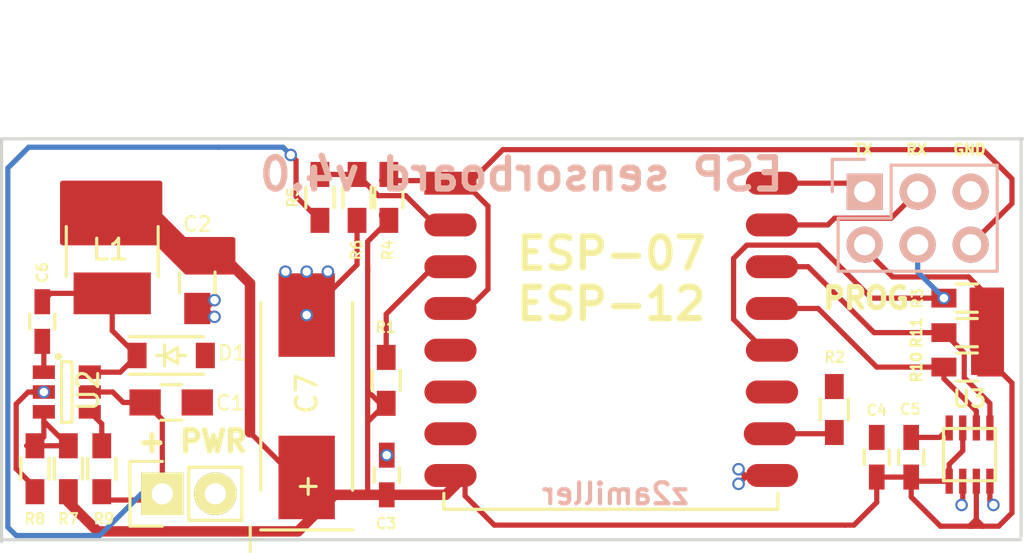
<source format=kicad_pcb>
(kicad_pcb (version 20171130) (host pcbnew "(5.1.12)-1")

  (general
    (thickness 1.6)
    (drawings 14)
    (tracks 198)
    (zones 0)
    (modules 25)
    (nets 21)
  )

  (page A4)
  (layers
    (0 F.Cu mixed)
    (31 B.Cu mixed)
    (32 B.Adhes user hide)
    (33 F.Adhes user hide)
    (34 B.Paste user hide)
    (35 F.Paste user hide)
    (36 B.SilkS user hide)
    (37 F.SilkS user hide)
    (38 B.Mask user hide)
    (39 F.Mask user hide)
    (40 Dwgs.User user hide)
    (41 Cmts.User user hide)
    (42 Eco1.User user hide)
    (43 Eco2.User user hide)
    (44 Edge.Cuts user)
    (45 Margin user hide)
    (46 B.CrtYd user hide)
    (47 F.CrtYd user hide)
    (48 B.Fab user hide)
    (49 F.Fab user hide)
  )

  (setup
    (last_trace_width 0.25)
    (trace_clearance 0.2)
    (zone_clearance 0.1)
    (zone_45_only yes)
    (trace_min 0.2)
    (via_size 0.6)
    (via_drill 0.4)
    (via_min_size 0.4)
    (via_min_drill 0.3)
    (uvia_size 0.3)
    (uvia_drill 0.1)
    (uvias_allowed no)
    (uvia_min_size 0.2)
    (uvia_min_drill 0.1)
    (edge_width 0.15)
    (segment_width 0.2)
    (pcb_text_width 0.3)
    (pcb_text_size 1.5 1.5)
    (mod_edge_width 0.15)
    (mod_text_size 1 1)
    (mod_text_width 0.15)
    (pad_size 1.524 1.524)
    (pad_drill 0.762)
    (pad_to_mask_clearance 0.2)
    (aux_axis_origin 0 0)
    (grid_origin 143.2 70.1236)
    (visible_elements 7FFFFFFF)
    (pcbplotparams
      (layerselection 0x010f0_ffffffff)
      (usegerberextensions true)
      (usegerberattributes true)
      (usegerberadvancedattributes true)
      (creategerberjobfile true)
      (excludeedgelayer true)
      (linewidth 0.100000)
      (plotframeref false)
      (viasonmask false)
      (mode 1)
      (useauxorigin false)
      (hpglpennumber 1)
      (hpglpenspeed 20)
      (hpglpendiameter 15.000000)
      (psnegative false)
      (psa4output false)
      (plotreference true)
      (plotvalue false)
      (plotinvisibletext false)
      (padsonsilk false)
      (subtractmaskfromsilk false)
      (outputformat 1)
      (mirror false)
      (drillshape 0)
      (scaleselection 1)
      (outputdirectory "/Users/armil/projects/sensorboard/hardware/sensorboard/gerber/"))
  )

  (net 0 "")
  (net 1 +6V)
  (net 2 GND)
  (net 3 +3V3)
  (net 4 TXD)
  (net 5 RXD)
  (net 6 GPIO0)
  (net 7 GPIO16)
  (net 8 CH_PD)
  (net 9 GPIO15)
  (net 10 "Net-(U1-Pad11)")
  (net 11 ADC_IN)
  (net 12 "Net-(C6-Pad1)")
  (net 13 "Net-(C6-Pad2)")
  (net 14 "Net-(R7-Pad2)")
  (net 15 "Net-(R9-Pad2)")
  (net 16 "Net-(U1-Pad5)")
  (net 17 "Net-(U1-Pad6)")
  (net 18 "Net-(U1-Pad7)")
  (net 19 SDL)
  (net 20 SDA)

  (net_class Default "This is the default net class."
    (clearance 0.2)
    (trace_width 0.25)
    (via_dia 0.6)
    (via_drill 0.4)
    (uvia_dia 0.3)
    (uvia_drill 0.1)
    (add_net +3V3)
    (add_net +6V)
    (add_net ADC_IN)
    (add_net CH_PD)
    (add_net GND)
    (add_net GPIO0)
    (add_net GPIO15)
    (add_net GPIO16)
    (add_net "Net-(C6-Pad1)")
    (add_net "Net-(C6-Pad2)")
    (add_net "Net-(R7-Pad2)")
    (add_net "Net-(R9-Pad2)")
    (add_net "Net-(U1-Pad11)")
    (add_net "Net-(U1-Pad5)")
    (add_net "Net-(U1-Pad6)")
    (add_net "Net-(U1-Pad7)")
    (add_net RXD)
    (add_net SDA)
    (add_net SDL)
    (add_net TXD)
  )

  (net_class 3v3 ""
    (clearance 0.2)
    (trace_width 0.5)
    (via_dia 1)
    (via_drill 0.6)
    (uvia_dia 0.3)
    (uvia_drill 0.1)
  )

  (module Capacitors_SMD:C_0805_HandSoldering (layer F.Cu) (tedit 56D2463F) (tstamp 55FF1E18)
    (at 134.425 85.025)
    (descr "Capacitor SMD 0805, hand soldering")
    (tags "capacitor 0805")
    (path /56D21C9B)
    (attr smd)
    (fp_text reference C1 (at 2.825 0.025 180) (layer F.SilkS)
      (effects (font (size 0.7 0.7) (thickness 0.1)))
    )
    (fp_text value 10uf (at 0 2.1) (layer F.Fab)
      (effects (font (size 1 1) (thickness 0.15)))
    )
    (fp_line (start -0.5 0.85) (end 0.5 0.85) (layer F.SilkS) (width 0.15))
    (fp_line (start 0.5 -0.85) (end -0.5 -0.85) (layer F.SilkS) (width 0.15))
    (fp_line (start 2.3 -1) (end 2.3 1) (layer F.CrtYd) (width 0.05))
    (fp_line (start -2.3 -1) (end -2.3 1) (layer F.CrtYd) (width 0.05))
    (fp_line (start -2.3 1) (end 2.3 1) (layer F.CrtYd) (width 0.05))
    (fp_line (start -2.3 -1) (end 2.3 -1) (layer F.CrtYd) (width 0.05))
    (pad 1 smd rect (at -1.25 0) (size 1.5 1.25) (layers F.Cu F.Paste F.Mask)
      (net 1 +6V))
    (pad 2 smd rect (at 1.25 0) (size 1.5 1.25) (layers F.Cu F.Paste F.Mask)
      (net 2 GND))
    (model Capacitors_SMD.3dshapes/C_0805_HandSoldering.wrl
      (at (xyz 0 0 0))
      (scale (xyz 1 1 1))
      (rotate (xyz 0 0 0))
    )
  )

  (module Capacitors_SMD:C_0805_HandSoldering (layer F.Cu) (tedit 56D24543) (tstamp 55FF1E24)
    (at 135.675 79.275 270)
    (descr "Capacitor SMD 0805, hand soldering")
    (tags "capacitor 0805")
    (path /56D223B2)
    (attr smd)
    (fp_text reference C2 (at -2.794 0) (layer F.SilkS)
      (effects (font (size 0.7 0.7) (thickness 0.1)))
    )
    (fp_text value 10uf (at 0 2.1 270) (layer F.Fab)
      (effects (font (size 1 1) (thickness 0.15)))
    )
    (fp_line (start -0.5 0.85) (end 0.5 0.85) (layer F.SilkS) (width 0.15))
    (fp_line (start 0.5 -0.85) (end -0.5 -0.85) (layer F.SilkS) (width 0.15))
    (fp_line (start 2.3 -1) (end 2.3 1) (layer F.CrtYd) (width 0.05))
    (fp_line (start -2.3 -1) (end -2.3 1) (layer F.CrtYd) (width 0.05))
    (fp_line (start -2.3 1) (end 2.3 1) (layer F.CrtYd) (width 0.05))
    (fp_line (start -2.3 -1) (end 2.3 -1) (layer F.CrtYd) (width 0.05))
    (pad 1 smd rect (at -1.25 0 270) (size 1.5 1.25) (layers F.Cu F.Paste F.Mask)
      (net 3 +3V3))
    (pad 2 smd rect (at 1.25 0 270) (size 1.5 1.25) (layers F.Cu F.Paste F.Mask)
      (net 2 GND))
    (model Capacitors_SMD.3dshapes/C_0805_HandSoldering.wrl
      (at (xyz 0 0 0))
      (scale (xyz 1 1 1))
      (rotate (xyz 0 0 0))
    )
  )

  (module Pin_Headers:Pin_Header_Straight_2x03 (layer B.Cu) (tedit 563E9BC6) (tstamp 55FF1E70)
    (at 167.64 74.93 270)
    (descr "Through hole pin header")
    (tags "pin header")
    (path /55FF1B5B)
    (fp_text reference P2 (at 4.826 -2.794) (layer B.SilkS) hide
      (effects (font (size 1 1) (thickness 0.15)) (justify mirror))
    )
    (fp_text value PROG (at 0 3.1 270) (layer B.Fab)
      (effects (font (size 1 1) (thickness 0.15)) (justify mirror))
    )
    (fp_line (start 3.81 -1.27) (end 3.81 1.27) (layer B.SilkS) (width 0.15))
    (fp_line (start 3.81 1.27) (end 1.27 1.27) (layer B.SilkS) (width 0.15))
    (fp_line (start -1.55 1.55) (end -1.55 0) (layer B.SilkS) (width 0.15))
    (fp_line (start 3.81 -6.35) (end 3.81 -1.27) (layer B.SilkS) (width 0.15))
    (fp_line (start -1.27 -6.35) (end 3.81 -6.35) (layer B.SilkS) (width 0.15))
    (fp_line (start 1.27 -1.27) (end -1.27 -1.27) (layer B.SilkS) (width 0.15))
    (fp_line (start 1.27 1.27) (end 1.27 -1.27) (layer B.SilkS) (width 0.15))
    (fp_line (start -1.75 -6.85) (end 4.3 -6.85) (layer B.CrtYd) (width 0.05))
    (fp_line (start -1.75 1.75) (end 4.3 1.75) (layer B.CrtYd) (width 0.05))
    (fp_line (start 4.3 1.75) (end 4.3 -6.85) (layer B.CrtYd) (width 0.05))
    (fp_line (start -1.75 1.75) (end -1.75 -6.85) (layer B.CrtYd) (width 0.05))
    (fp_line (start -1.55 1.55) (end 0 1.55) (layer B.SilkS) (width 0.15))
    (fp_line (start -1.27 -1.27) (end -1.27 -6.35) (layer B.SilkS) (width 0.15))
    (pad 1 thru_hole rect (at 0 0 270) (size 1.7272 1.7272) (drill 1.016) (layers *.Cu *.Mask B.SilkS)
      (net 4 TXD))
    (pad 2 thru_hole oval (at 2.54 0 270) (size 1.7272 1.7272) (drill 1.016) (layers *.Cu *.Mask B.SilkS)
      (net 3 +3V3))
    (pad 3 thru_hole oval (at 0 -2.54 270) (size 1.7272 1.7272) (drill 1.016) (layers *.Cu *.Mask B.SilkS)
      (net 5 RXD))
    (pad 4 thru_hole oval (at 2.54 -2.54 270) (size 1.7272 1.7272) (drill 1.016) (layers *.Cu *.Mask B.SilkS)
      (net 6 GPIO0))
    (pad 5 thru_hole oval (at 0 -5.08 270) (size 1.7272 1.7272) (drill 1.016) (layers *.Cu *.Mask B.SilkS)
      (net 2 GND))
    (pad 6 thru_hole oval (at 2.54 -5.08 270) (size 1.7272 1.7272) (drill 1.016) (layers *.Cu *.Mask B.SilkS)
      (net 7 GPIO16))
    (model Pin_Headers.3dshapes/Pin_Header_Straight_2x03.wrl
      (offset (xyz 1.269999980926514 -2.539999961853027 0))
      (scale (xyz 1 1 1))
      (rotate (xyz 0 0 90))
    )
  )

  (module ESP8266:ESP-12 locked (layer F.Cu) (tedit 563E9CAC) (tstamp 55FF1EC8)
    (at 148.5011 74.5236)
    (descr "Module, ESP-8266, ESP-12, 16 pad, SMD")
    (tags "Module ESP-8266 ESP8266")
    (path /55FE33C2)
    (fp_text reference U1 (at 7.0989 14.6764) (layer F.SilkS) hide
      (effects (font (size 1 1) (thickness 0.15)))
    )
    (fp_text value ESP-07v2 (at 6.992 1) (layer F.Fab)
      (effects (font (size 1 1) (thickness 0.15)))
    )
    (fp_line (start -1.008 -8.4) (end 14.992 -8.4) (layer F.Fab) (width 0.05))
    (fp_line (start -1.008 15.6) (end -1.008 -8.4) (layer F.Fab) (width 0.05))
    (fp_line (start 14.992 15.6) (end -1.008 15.6) (layer F.Fab) (width 0.05))
    (fp_line (start 15 -8.4) (end 15 15.6) (layer F.Fab) (width 0.05))
    (fp_line (start -1.008 -2.6) (end 14.992 -2.6) (layer F.CrtYd) (width 0.1524))
    (fp_line (start -1.008 -8.4) (end 14.992 -2.6) (layer F.CrtYd) (width 0.1524))
    (fp_line (start 14.992 -8.4) (end -1.008 -2.6) (layer F.CrtYd) (width 0.1524))
    (fp_line (start 14.986 15.621) (end 14.986 14.859) (layer F.SilkS) (width 0.1524))
    (fp_line (start -1.016 15.621) (end 14.986 15.621) (layer F.SilkS) (width 0.1524))
    (fp_line (start -1.016 14.859) (end -1.016 15.621) (layer F.SilkS) (width 0.1524))
    (fp_line (start -1.016 -8.382) (end -1.016 -1.016) (layer F.CrtYd) (width 0.1524))
    (fp_line (start 14.986 -8.382) (end 14.986 -0.889) (layer F.CrtYd) (width 0.1524))
    (fp_line (start -1.016 -8.382) (end 14.986 -8.382) (layer F.CrtYd) (width 0.1524))
    (fp_line (start -2.25 16) (end -2.25 -0.5) (layer F.CrtYd) (width 0.05))
    (fp_line (start 16.25 16) (end -2.25 16) (layer F.CrtYd) (width 0.05))
    (fp_line (start 16.25 -8.75) (end 16.25 16) (layer F.CrtYd) (width 0.05))
    (fp_line (start 15.25 -8.75) (end 16.25 -8.75) (layer F.CrtYd) (width 0.05))
    (fp_line (start -2.25 -8.75) (end 15.25 -8.75) (layer F.CrtYd) (width 0.05))
    (fp_line (start -2.25 -0.5) (end -2.25 -8.75) (layer F.CrtYd) (width 0.05))
    (fp_text user "No Copper" (at 6.892 -5.4) (layer F.CrtYd)
      (effects (font (size 1 1) (thickness 0.15)))
    )
    (pad 1 smd rect (at 0 0) (size 2.5 1.1) (drill (offset -0.7 0)) (layers F.Cu F.Paste F.Mask)
      (net 7 GPIO16))
    (pad 2 smd oval (at 0 2) (size 2.5 1.1) (drill (offset -0.7 0)) (layers F.Cu F.Paste F.Mask)
      (net 11 ADC_IN))
    (pad 3 smd oval (at 0 4) (size 2.5 1.1) (drill (offset -0.7 0)) (layers F.Cu F.Paste F.Mask)
      (net 8 CH_PD))
    (pad 4 smd oval (at 0 6) (size 2.5 1.1) (drill (offset -0.7 0)) (layers F.Cu F.Paste F.Mask)
      (net 7 GPIO16))
    (pad 5 smd oval (at 0 8) (size 2.5 1.1) (drill (offset -0.7 0)) (layers F.Cu F.Paste F.Mask)
      (net 16 "Net-(U1-Pad5)"))
    (pad 6 smd oval (at 0 10) (size 2.5 1.1) (drill (offset -0.7 0)) (layers F.Cu F.Paste F.Mask)
      (net 17 "Net-(U1-Pad6)"))
    (pad 7 smd oval (at 0 12) (size 2.5 1.1) (drill (offset -0.7 0)) (layers F.Cu F.Paste F.Mask)
      (net 18 "Net-(U1-Pad7)"))
    (pad 8 smd oval (at 0 14) (size 2.5 1.1) (drill (offset -0.7 0)) (layers F.Cu F.Paste F.Mask)
      (net 3 +3V3))
    (pad 9 smd oval (at 14 14) (size 2.5 1.1) (drill (offset 0.7 0)) (layers F.Cu F.Paste F.Mask)
      (net 2 GND))
    (pad 10 smd oval (at 14 12) (size 2.5 1.1) (drill (offset 0.6 0)) (layers F.Cu F.Paste F.Mask)
      (net 9 GPIO15))
    (pad 11 smd oval (at 14 10) (size 2.5 1.1) (drill (offset 0.7 0)) (layers F.Cu F.Paste F.Mask)
      (net 10 "Net-(U1-Pad11)"))
    (pad 12 smd oval (at 14 8) (size 2.5 1.1) (drill (offset 0.7 0)) (layers F.Cu F.Paste F.Mask)
      (net 6 GPIO0))
    (pad 13 smd oval (at 14 6) (size 2.5 1.1) (drill (offset 0.7 0)) (layers F.Cu F.Paste F.Mask)
      (net 20 SDA))
    (pad 14 smd oval (at 14 4) (size 2.5 1.1) (drill (offset 0.7 0)) (layers F.Cu F.Paste F.Mask)
      (net 19 SDL))
    (pad 15 smd oval (at 14 2) (size 2.5 1.1) (drill (offset 0.7 0)) (layers F.Cu F.Paste F.Mask)
      (net 5 RXD))
    (pad 16 smd oval (at 14 0) (size 2.5 1.1) (drill (offset 0.7 0)) (layers F.Cu F.Paste F.Mask)
      (net 4 TXD))
    (model ${ESPLIB}/ESP8266.3dshapes/ESP-12.wrl
      (at (xyz 0 0 0))
      (scale (xyz 0.3937 0.3937 0.3937))
      (rotate (xyz 0 0 0))
    )
  )

  (module Resistors_SMD:R_0603_HandSoldering (layer F.Cu) (tedit 571FC6FD) (tstamp 55FF1EA0)
    (at 144.851 75.2036 90)
    (descr "Resistor SMD 0603, hand soldering")
    (tags "resistor 0603")
    (path /55FF23C6)
    (attr smd)
    (fp_text reference R4 (at -2.52 -0.051 90) (layer F.SilkS)
      (effects (font (size 0.5 0.5) (thickness 0.1)))
    )
    (fp_text value 10k (at 0 1.9 90) (layer F.Fab)
      (effects (font (size 1 1) (thickness 0.15)))
    )
    (fp_line (start -0.5 -0.675) (end 0.5 -0.675) (layer F.SilkS) (width 0.15))
    (fp_line (start 0.5 0.675) (end -0.5 0.675) (layer F.SilkS) (width 0.15))
    (fp_line (start 2 -0.8) (end 2 0.8) (layer F.CrtYd) (width 0.05))
    (fp_line (start -2 -0.8) (end -2 0.8) (layer F.CrtYd) (width 0.05))
    (fp_line (start -2 0.8) (end 2 0.8) (layer F.CrtYd) (width 0.05))
    (fp_line (start -2 -0.8) (end 2 -0.8) (layer F.CrtYd) (width 0.05))
    (pad 1 smd rect (at -1.1 0 90) (size 1.2 0.9) (layers F.Cu F.Paste F.Mask)
      (net 3 +3V3))
    (pad 2 smd rect (at 1.1 0 90) (size 1.2 0.9) (layers F.Cu F.Paste F.Mask)
      (net 7 GPIO16))
    (model Resistors_SMD.3dshapes/R_0603_HandSoldering.wrl
      (at (xyz 0 0 0))
      (scale (xyz 1 1 1))
      (rotate (xyz 0 0 0))
    )
  )

  (module Resistors_SMD:R_0603_HandSoldering (layer F.Cu) (tedit 56D246D6) (tstamp 55FF1E94)
    (at 172.537 80.0296 180)
    (descr "Resistor SMD 0603, hand soldering")
    (tags "resistor 0603")
    (path /55FF22B8)
    (attr smd)
    (fp_text reference R3 (at 2.366 -0.016 270) (layer F.SilkS)
      (effects (font (size 0.5 0.5) (thickness 0.1)))
    )
    (fp_text value 10k (at 0 1.9 180) (layer F.Fab)
      (effects (font (size 1 1) (thickness 0.15)))
    )
    (fp_line (start -0.5 -0.675) (end 0.5 -0.675) (layer F.SilkS) (width 0.15))
    (fp_line (start 0.5 0.675) (end -0.5 0.675) (layer F.SilkS) (width 0.15))
    (fp_line (start 2 -0.8) (end 2 0.8) (layer F.CrtYd) (width 0.05))
    (fp_line (start -2 -0.8) (end -2 0.8) (layer F.CrtYd) (width 0.05))
    (fp_line (start -2 0.8) (end 2 0.8) (layer F.CrtYd) (width 0.05))
    (fp_line (start -2 -0.8) (end 2 -0.8) (layer F.CrtYd) (width 0.05))
    (pad 1 smd rect (at -1.1 0 180) (size 1.2 0.9) (layers F.Cu F.Paste F.Mask)
      (net 3 +3V3))
    (pad 2 smd rect (at 1.1 0 180) (size 1.2 0.9) (layers F.Cu F.Paste F.Mask)
      (net 6 GPIO0))
    (model Resistors_SMD.3dshapes/R_0603_HandSoldering.wrl
      (at (xyz 0 0 0))
      (scale (xyz 1 1 1))
      (rotate (xyz 0 0 0))
    )
  )

  (module Resistors_SMD:R_0603_HandSoldering (layer F.Cu) (tedit 56D246C3) (tstamp 55FF1E88)
    (at 166.187 85.3636 90)
    (descr "Resistor SMD 0603, hand soldering")
    (tags "resistor 0603")
    (path /55FE59B4)
    (attr smd)
    (fp_text reference R2 (at 2.508 0.016 180) (layer F.SilkS)
      (effects (font (size 0.5 0.5) (thickness 0.1)))
    )
    (fp_text value 10k (at 0 1.9 90) (layer F.Fab)
      (effects (font (size 1 1) (thickness 0.15)))
    )
    (fp_line (start -0.5 -0.675) (end 0.5 -0.675) (layer F.SilkS) (width 0.15))
    (fp_line (start 0.5 0.675) (end -0.5 0.675) (layer F.SilkS) (width 0.15))
    (fp_line (start 2 -0.8) (end 2 0.8) (layer F.CrtYd) (width 0.05))
    (fp_line (start -2 -0.8) (end -2 0.8) (layer F.CrtYd) (width 0.05))
    (fp_line (start -2 0.8) (end 2 0.8) (layer F.CrtYd) (width 0.05))
    (fp_line (start -2 -0.8) (end 2 -0.8) (layer F.CrtYd) (width 0.05))
    (pad 1 smd rect (at -1.1 0 90) (size 1.2 0.9) (layers F.Cu F.Paste F.Mask)
      (net 9 GPIO15))
    (pad 2 smd rect (at 1.1 0 90) (size 1.2 0.9) (layers F.Cu F.Paste F.Mask)
      (net 2 GND))
    (model Resistors_SMD.3dshapes/R_0603_HandSoldering.wrl
      (at (xyz 0 0 0))
      (scale (xyz 1 1 1))
      (rotate (xyz 0 0 0))
    )
  )

  (module Resistors_SMD:R_0603_HandSoldering (layer F.Cu) (tedit 571FC746) (tstamp 55FF1E7C)
    (at 144.724 83.9666 90)
    (descr "Resistor SMD 0603, hand soldering")
    (tags "resistor 0603")
    (path /55FE5653)
    (attr smd)
    (fp_text reference R1 (at 2.543 -0.024 180) (layer F.SilkS)
      (effects (font (size 0.5 0.5) (thickness 0.1)))
    )
    (fp_text value 10k (at 0 1.9 90) (layer F.Fab)
      (effects (font (size 1 1) (thickness 0.15)))
    )
    (fp_line (start -0.5 -0.675) (end 0.5 -0.675) (layer F.SilkS) (width 0.15))
    (fp_line (start 0.5 0.675) (end -0.5 0.675) (layer F.SilkS) (width 0.15))
    (fp_line (start 2 -0.8) (end 2 0.8) (layer F.CrtYd) (width 0.05))
    (fp_line (start -2 -0.8) (end -2 0.8) (layer F.CrtYd) (width 0.05))
    (fp_line (start -2 0.8) (end 2 0.8) (layer F.CrtYd) (width 0.05))
    (fp_line (start -2 -0.8) (end 2 -0.8) (layer F.CrtYd) (width 0.05))
    (pad 1 smd rect (at -1.1 0 90) (size 1.2 0.9) (layers F.Cu F.Paste F.Mask)
      (net 3 +3V3))
    (pad 2 smd rect (at 1.1 0 90) (size 1.2 0.9) (layers F.Cu F.Paste F.Mask)
      (net 8 CH_PD))
    (model Resistors_SMD.3dshapes/R_0603_HandSoldering.wrl
      (at (xyz 0 0 0))
      (scale (xyz 1 1 1))
      (rotate (xyz 0 0 0))
    )
  )

  (module Capacitors_SMD:C_0603_HandSoldering (layer F.Cu) (tedit 56D246EA) (tstamp 55FF1E48)
    (at 169.87 87.6496 270)
    (descr "Capacitor SMD 0603, hand soldering")
    (tags "capacitor 0603")
    (path /57020FB3)
    (attr smd)
    (fp_text reference C5 (at -2.302 0.044) (layer F.SilkS)
      (effects (font (size 0.5 0.5) (thickness 0.1)))
    )
    (fp_text value 100nf (at 0 1.9 270) (layer F.Fab)
      (effects (font (size 1 1) (thickness 0.15)))
    )
    (fp_line (start 0.35 0.6) (end -0.35 0.6) (layer F.SilkS) (width 0.15))
    (fp_line (start -0.35 -0.6) (end 0.35 -0.6) (layer F.SilkS) (width 0.15))
    (fp_line (start 1.85 -0.75) (end 1.85 0.75) (layer F.CrtYd) (width 0.05))
    (fp_line (start -1.85 -0.75) (end -1.85 0.75) (layer F.CrtYd) (width 0.05))
    (fp_line (start -1.85 0.75) (end 1.85 0.75) (layer F.CrtYd) (width 0.05))
    (fp_line (start -1.85 -0.75) (end 1.85 -0.75) (layer F.CrtYd) (width 0.05))
    (pad 1 smd rect (at -0.95 0 270) (size 1.2 0.75) (layers F.Cu F.Paste F.Mask)
      (net 2 GND))
    (pad 2 smd rect (at 0.95 0 270) (size 1.2 0.75) (layers F.Cu F.Paste F.Mask)
      (net 3 +3V3))
    (model Capacitors_SMD.3dshapes/C_0603_HandSoldering.wrl
      (at (xyz 0 0 0))
      (scale (xyz 1 1 1))
      (rotate (xyz 0 0 0))
    )
  )

  (module Capacitors_SMD:C_0603_HandSoldering (layer F.Cu) (tedit 5701F8D2) (tstamp 55FF1E30)
    (at 144.75 88.5 90)
    (descr "Capacitor SMD 0603, hand soldering")
    (tags "capacitor 0603")
    (path /55FE3B7D)
    (attr smd)
    (fp_text reference C3 (at -2.3246 -0.026 180) (layer F.SilkS)
      (effects (font (size 0.5 0.5) (thickness 0.1)))
    )
    (fp_text value 100nf (at 0 1.9 90) (layer F.Fab)
      (effects (font (size 1 1) (thickness 0.15)))
    )
    (fp_line (start 0.35 0.6) (end -0.35 0.6) (layer F.SilkS) (width 0.15))
    (fp_line (start -0.35 -0.6) (end 0.35 -0.6) (layer F.SilkS) (width 0.15))
    (fp_line (start 1.85 -0.75) (end 1.85 0.75) (layer F.CrtYd) (width 0.05))
    (fp_line (start -1.85 -0.75) (end -1.85 0.75) (layer F.CrtYd) (width 0.05))
    (fp_line (start -1.85 0.75) (end 1.85 0.75) (layer F.CrtYd) (width 0.05))
    (fp_line (start -1.85 -0.75) (end 1.85 -0.75) (layer F.CrtYd) (width 0.05))
    (pad 1 smd rect (at -0.95 0 90) (size 1.2 0.75) (layers F.Cu F.Paste F.Mask)
      (net 3 +3V3))
    (pad 2 smd rect (at 0.95 0 90) (size 1.2 0.75) (layers F.Cu F.Paste F.Mask)
      (net 2 GND))
    (model Capacitors_SMD.3dshapes/C_0603_HandSoldering.wrl
      (at (xyz 0 0 0))
      (scale (xyz 1 1 1))
      (rotate (xyz 0 0 0))
    )
  )

  (module Capacitors_SMD:C_0603_HandSoldering (layer F.Cu) (tedit 56D2470E) (tstamp 55FF1E3C)
    (at 168.219 87.6496 270)
    (descr "Capacitor SMD 0603, hand soldering")
    (tags "capacitor 0603")
    (path /57020F20)
    (attr smd)
    (fp_text reference C4 (at -2.25 0) (layer F.SilkS)
      (effects (font (size 0.5 0.5) (thickness 0.1)))
    )
    (fp_text value 100nf (at 0 1.9 270) (layer F.Fab)
      (effects (font (size 1 1) (thickness 0.15)))
    )
    (fp_line (start 0.35 0.6) (end -0.35 0.6) (layer F.SilkS) (width 0.15))
    (fp_line (start -0.35 -0.6) (end 0.35 -0.6) (layer F.SilkS) (width 0.15))
    (fp_line (start 1.85 -0.75) (end 1.85 0.75) (layer F.CrtYd) (width 0.05))
    (fp_line (start -1.85 -0.75) (end -1.85 0.75) (layer F.CrtYd) (width 0.05))
    (fp_line (start -1.85 0.75) (end 1.85 0.75) (layer F.CrtYd) (width 0.05))
    (fp_line (start -1.85 -0.75) (end 1.85 -0.75) (layer F.CrtYd) (width 0.05))
    (pad 1 smd rect (at -0.95 0 270) (size 1.2 0.75) (layers F.Cu F.Paste F.Mask)
      (net 2 GND))
    (pad 2 smd rect (at 0.95 0 270) (size 1.2 0.75) (layers F.Cu F.Paste F.Mask)
      (net 3 +3V3))
    (model Capacitors_SMD.3dshapes/C_0603_HandSoldering.wrl
      (at (xyz 0 0 0))
      (scale (xyz 1 1 1))
      (rotate (xyz 0 0 0))
    )
  )

  (module Resistors_SMD:R_0603_HandSoldering (layer F.Cu) (tedit 56D24698) (tstamp 5637F355)
    (at 141.549 75.2036 90)
    (descr "Resistor SMD 0603, hand soldering")
    (tags "resistor 0603")
    (path /562D41A2)
    (attr smd)
    (fp_text reference R5 (at 0 -1.3 90) (layer F.SilkS)
      (effects (font (size 0.5 0.5) (thickness 0.1)))
    )
    (fp_text value 470K (at 0 1.9 90) (layer F.Fab)
      (effects (font (size 1 1) (thickness 0.15)))
    )
    (fp_line (start -0.5 -0.675) (end 0.5 -0.675) (layer F.SilkS) (width 0.15))
    (fp_line (start 0.5 0.675) (end -0.5 0.675) (layer F.SilkS) (width 0.15))
    (fp_line (start 2 -0.8) (end 2 0.8) (layer F.CrtYd) (width 0.05))
    (fp_line (start -2 -0.8) (end -2 0.8) (layer F.CrtYd) (width 0.05))
    (fp_line (start -2 0.8) (end 2 0.8) (layer F.CrtYd) (width 0.05))
    (fp_line (start -2 -0.8) (end 2 -0.8) (layer F.CrtYd) (width 0.05))
    (pad 1 smd rect (at -1.1 0 90) (size 1.2 0.9) (layers F.Cu F.Paste F.Mask)
      (net 1 +6V))
    (pad 2 smd rect (at 1.1 0 90) (size 1.2 0.9) (layers F.Cu F.Paste F.Mask)
      (net 11 ADC_IN))
    (model Resistors_SMD.3dshapes/R_0603_HandSoldering.wrl
      (at (xyz 0 0 0))
      (scale (xyz 1 1 1))
      (rotate (xyz 0 0 0))
    )
  )

  (module Resistors_SMD:R_0603_HandSoldering (layer F.Cu) (tedit 571FC702) (tstamp 5637F35B)
    (at 143.327 75.2036 270)
    (descr "Resistor SMD 0603, hand soldering")
    (tags "resistor 0603")
    (path /562D41F0)
    (attr smd)
    (fp_text reference R6 (at 2.52 0.027 270) (layer F.SilkS)
      (effects (font (size 0.5 0.5) (thickness 0.1)))
    )
    (fp_text value 47K (at 0 1.9 270) (layer F.Fab)
      (effects (font (size 1 1) (thickness 0.15)))
    )
    (fp_line (start -0.5 -0.675) (end 0.5 -0.675) (layer F.SilkS) (width 0.15))
    (fp_line (start 0.5 0.675) (end -0.5 0.675) (layer F.SilkS) (width 0.15))
    (fp_line (start 2 -0.8) (end 2 0.8) (layer F.CrtYd) (width 0.05))
    (fp_line (start -2 -0.8) (end -2 0.8) (layer F.CrtYd) (width 0.05))
    (fp_line (start -2 0.8) (end 2 0.8) (layer F.CrtYd) (width 0.05))
    (fp_line (start -2 -0.8) (end 2 -0.8) (layer F.CrtYd) (width 0.05))
    (pad 1 smd rect (at -1.1 0 270) (size 1.2 0.9) (layers F.Cu F.Paste F.Mask)
      (net 11 ADC_IN))
    (pad 2 smd rect (at 1.1 0 270) (size 1.2 0.9) (layers F.Cu F.Paste F.Mask)
      (net 2 GND))
    (model Resistors_SMD.3dshapes/R_0603_HandSoldering.wrl
      (at (xyz 0 0 0))
      (scale (xyz 1 1 1))
      (rotate (xyz 0 0 0))
    )
  )

  (module Capacitors_SMD:C_0603_HandSoldering (layer F.Cu) (tedit 56D2467C) (tstamp 56D222AA)
    (at 128.25 81.15 90)
    (descr "Capacitor SMD 0603, hand soldering")
    (tags "capacitor 0603")
    (path /56D21DE9)
    (attr smd)
    (fp_text reference C6 (at 2.35 0 90) (layer F.SilkS)
      (effects (font (size 0.5 0.5) (thickness 0.1)))
    )
    (fp_text value 1uf (at 0 1.9 90) (layer F.Fab)
      (effects (font (size 1 1) (thickness 0.15)))
    )
    (fp_line (start 0.35 0.6) (end -0.35 0.6) (layer F.SilkS) (width 0.15))
    (fp_line (start -0.35 -0.6) (end 0.35 -0.6) (layer F.SilkS) (width 0.15))
    (fp_line (start 1.85 -0.75) (end 1.85 0.75) (layer F.CrtYd) (width 0.05))
    (fp_line (start -1.85 -0.75) (end -1.85 0.75) (layer F.CrtYd) (width 0.05))
    (fp_line (start -1.85 0.75) (end 1.85 0.75) (layer F.CrtYd) (width 0.05))
    (fp_line (start -1.85 -0.75) (end 1.85 -0.75) (layer F.CrtYd) (width 0.05))
    (pad 1 smd rect (at -0.95 0 90) (size 1.2 0.75) (layers F.Cu F.Paste F.Mask)
      (net 12 "Net-(C6-Pad1)"))
    (pad 2 smd rect (at 0.95 0 90) (size 1.2 0.75) (layers F.Cu F.Paste F.Mask)
      (net 13 "Net-(C6-Pad2)"))
    (model Capacitors_SMD.3dshapes/C_0603_HandSoldering.wrl
      (at (xyz 0 0 0))
      (scale (xyz 1 1 1))
      (rotate (xyz 0 0 0))
    )
  )

  (module Diodes_SMD:SOD-123 (layer F.Cu) (tedit 56D2453B) (tstamp 56D222B0)
    (at 134.425 82.775)
    (descr SOD-123)
    (tags SOD-123)
    (path /56D220A1)
    (attr smd)
    (fp_text reference D1 (at 2.925 -0.125) (layer F.SilkS)
      (effects (font (size 0.7 0.7) (thickness 0.1)))
    )
    (fp_text value "60V 1A" (at 0 2.1) (layer F.Fab)
      (effects (font (size 1 1) (thickness 0.15)))
    )
    (fp_line (start -2 -0.9) (end 1.54 -0.9) (layer F.SilkS) (width 0.15))
    (fp_line (start -2 0.9) (end 1.54 0.9) (layer F.SilkS) (width 0.15))
    (fp_line (start -2.25 -1.05) (end -2.25 1.05) (layer F.CrtYd) (width 0.05))
    (fp_line (start 2.25 1.05) (end -2.25 1.05) (layer F.CrtYd) (width 0.05))
    (fp_line (start 2.25 -1.05) (end 2.25 1.05) (layer F.CrtYd) (width 0.05))
    (fp_line (start -2.25 -1.05) (end 2.25 -1.05) (layer F.CrtYd) (width 0.05))
    (fp_line (start -0.3175 -0.508) (end -0.3175 0.508) (layer F.SilkS) (width 0.15))
    (fp_line (start 0.3175 0.381) (end -0.3175 0) (layer F.SilkS) (width 0.15))
    (fp_line (start 0.3175 -0.381) (end 0.3175 0.381) (layer F.SilkS) (width 0.15))
    (fp_line (start -0.3175 0) (end 0.3175 -0.381) (layer F.SilkS) (width 0.15))
    (fp_line (start -0.6985 0) (end -0.3175 0) (layer F.SilkS) (width 0.15))
    (fp_line (start 0.3175 0) (end 0.6985 0) (layer F.SilkS) (width 0.15))
    (pad 1 smd rect (at -1.635 0) (size 0.91 1.22) (layers F.Cu F.Paste F.Mask)
      (net 13 "Net-(C6-Pad2)"))
    (pad 2 smd rect (at 1.635 0) (size 0.91 1.22) (layers F.Cu F.Paste F.Mask)
      (net 2 GND))
  )

  (module Pin_Headers:Pin_Header_Straight_1x02 (layer F.Cu) (tedit 56D24613) (tstamp 56D222C1)
    (at 134 89.4 90)
    (descr "Through hole pin header")
    (tags "pin header")
    (path /55FE3681)
    (fp_text reference P1 (at 2.5 2.5 180) (layer F.SilkS) hide
      (effects (font (size 1 1) (thickness 0.15)))
    )
    (fp_text value PWR (at 0 -3.1 90) (layer F.Fab)
      (effects (font (size 1 1) (thickness 0.15)))
    )
    (fp_line (start -1.27 3.81) (end 1.27 3.81) (layer F.SilkS) (width 0.15))
    (fp_line (start -1.27 1.27) (end -1.27 3.81) (layer F.SilkS) (width 0.15))
    (fp_line (start -1.55 -1.55) (end 1.55 -1.55) (layer F.SilkS) (width 0.15))
    (fp_line (start -1.55 0) (end -1.55 -1.55) (layer F.SilkS) (width 0.15))
    (fp_line (start 1.27 1.27) (end -1.27 1.27) (layer F.SilkS) (width 0.15))
    (fp_line (start -1.75 4.3) (end 1.75 4.3) (layer F.CrtYd) (width 0.05))
    (fp_line (start -1.75 -1.75) (end 1.75 -1.75) (layer F.CrtYd) (width 0.05))
    (fp_line (start 1.75 -1.75) (end 1.75 4.3) (layer F.CrtYd) (width 0.05))
    (fp_line (start -1.75 -1.75) (end -1.75 4.3) (layer F.CrtYd) (width 0.05))
    (fp_line (start 1.55 -1.55) (end 1.55 0) (layer F.SilkS) (width 0.15))
    (fp_line (start 1.27 1.27) (end 1.27 3.81) (layer F.SilkS) (width 0.15))
    (pad 1 thru_hole rect (at 0 0 90) (size 2.032 2.032) (drill 1.016) (layers *.Cu *.Mask F.SilkS)
      (net 1 +6V))
    (pad 2 thru_hole oval (at 0 2.54 90) (size 2.032 2.032) (drill 1.016) (layers *.Cu *.Mask F.SilkS)
      (net 2 GND))
    (model Pin_Headers.3dshapes/Pin_Header_Straight_1x02.wrl
      (offset (xyz 0 -1.269999980926514 0))
      (scale (xyz 1 1 1))
      (rotate (xyz 0 0 90))
    )
  )

  (module Resistors_SMD:R_0603_HandSoldering (layer F.Cu) (tedit 56D24667) (tstamp 56D222C7)
    (at 129.5 88.2 90)
    (descr "Resistor SMD 0603, hand soldering")
    (tags "resistor 0603")
    (path /56D22281)
    (attr smd)
    (fp_text reference R7 (at -2.4 0 180) (layer F.SilkS)
      (effects (font (size 0.5 0.5) (thickness 0.1)))
    )
    (fp_text value 33k (at 0 1.9 90) (layer F.Fab)
      (effects (font (size 1 1) (thickness 0.15)))
    )
    (fp_line (start -0.5 -0.675) (end 0.5 -0.675) (layer F.SilkS) (width 0.15))
    (fp_line (start 0.5 0.675) (end -0.5 0.675) (layer F.SilkS) (width 0.15))
    (fp_line (start 2 -0.8) (end 2 0.8) (layer F.CrtYd) (width 0.05))
    (fp_line (start -2 -0.8) (end -2 0.8) (layer F.CrtYd) (width 0.05))
    (fp_line (start -2 0.8) (end 2 0.8) (layer F.CrtYd) (width 0.05))
    (fp_line (start -2 -0.8) (end 2 -0.8) (layer F.CrtYd) (width 0.05))
    (pad 1 smd rect (at -1.1 0 90) (size 1.2 0.9) (layers F.Cu F.Paste F.Mask)
      (net 3 +3V3))
    (pad 2 smd rect (at 1.1 0 90) (size 1.2 0.9) (layers F.Cu F.Paste F.Mask)
      (net 14 "Net-(R7-Pad2)"))
    (model Resistors_SMD.3dshapes/R_0603_HandSoldering.wrl
      (at (xyz 0 0 0))
      (scale (xyz 1 1 1))
      (rotate (xyz 0 0 0))
    )
  )

  (module Resistors_SMD:R_0603_HandSoldering (layer F.Cu) (tedit 56D245F3) (tstamp 56D222CD)
    (at 127.9 88.2 270)
    (descr "Resistor SMD 0603, hand soldering")
    (tags "resistor 0603")
    (path /56D222F6)
    (attr smd)
    (fp_text reference R8 (at 2.4 0) (layer F.SilkS)
      (effects (font (size 0.5 0.5) (thickness 0.1)))
    )
    (fp_text value 10k (at 0 1.9 270) (layer F.Fab)
      (effects (font (size 1 1) (thickness 0.15)))
    )
    (fp_line (start -0.5 -0.675) (end 0.5 -0.675) (layer F.SilkS) (width 0.15))
    (fp_line (start 0.5 0.675) (end -0.5 0.675) (layer F.SilkS) (width 0.15))
    (fp_line (start 2 -0.8) (end 2 0.8) (layer F.CrtYd) (width 0.05))
    (fp_line (start -2 -0.8) (end -2 0.8) (layer F.CrtYd) (width 0.05))
    (fp_line (start -2 0.8) (end 2 0.8) (layer F.CrtYd) (width 0.05))
    (fp_line (start -2 -0.8) (end 2 -0.8) (layer F.CrtYd) (width 0.05))
    (pad 1 smd rect (at -1.1 0 270) (size 1.2 0.9) (layers F.Cu F.Paste F.Mask)
      (net 14 "Net-(R7-Pad2)"))
    (pad 2 smd rect (at 1.1 0 270) (size 1.2 0.9) (layers F.Cu F.Paste F.Mask)
      (net 2 GND))
    (model Resistors_SMD.3dshapes/R_0603_HandSoldering.wrl
      (at (xyz 0 0 0))
      (scale (xyz 1 1 1))
      (rotate (xyz 0 0 0))
    )
  )

  (module Resistors_SMD:R_0603_HandSoldering (layer F.Cu) (tedit 56D245C8) (tstamp 56D222D3)
    (at 131.1 88.2 90)
    (descr "Resistor SMD 0603, hand soldering")
    (tags "resistor 0603")
    (path /56D21B46)
    (attr smd)
    (fp_text reference R9 (at -2.4 0.1 180) (layer F.SilkS)
      (effects (font (size 0.5 0.5) (thickness 0.1)))
    )
    (fp_text value 100k (at 0 1.9 90) (layer F.Fab)
      (effects (font (size 1 1) (thickness 0.15)))
    )
    (fp_line (start -0.5 -0.675) (end 0.5 -0.675) (layer F.SilkS) (width 0.15))
    (fp_line (start 0.5 0.675) (end -0.5 0.675) (layer F.SilkS) (width 0.15))
    (fp_line (start 2 -0.8) (end 2 0.8) (layer F.CrtYd) (width 0.05))
    (fp_line (start -2 -0.8) (end -2 0.8) (layer F.CrtYd) (width 0.05))
    (fp_line (start -2 0.8) (end 2 0.8) (layer F.CrtYd) (width 0.05))
    (fp_line (start -2 -0.8) (end 2 -0.8) (layer F.CrtYd) (width 0.05))
    (pad 1 smd rect (at -1.1 0 90) (size 1.2 0.9) (layers F.Cu F.Paste F.Mask)
      (net 1 +6V))
    (pad 2 smd rect (at 1.1 0 90) (size 1.2 0.9) (layers F.Cu F.Paste F.Mask)
      (net 15 "Net-(R9-Pad2)"))
    (model Resistors_SMD.3dshapes/R_0603_HandSoldering.wrl
      (at (xyz 0 0 0))
      (scale (xyz 1 1 1))
      (rotate (xyz 0 0 0))
    )
  )

  (module TO_SOT_Packages_SMD:SOT-23-6 (layer F.Cu) (tedit 56D24567) (tstamp 56D223CC)
    (at 129.425 84.525)
    (descr "6-pin SOT-23 package")
    (tags SOT-23-6)
    (path /56D21A04)
    (solder_mask_margin 0.1)
    (attr smd)
    (fp_text reference U2 (at 1.025 -0.075 270) (layer F.SilkS)
      (effects (font (size 1 1) (thickness 0.15)))
    )
    (fp_text value LMR16006Y (at 0 2.9) (layer F.Fab)
      (effects (font (size 1 1) (thickness 0.15)))
    )
    (fp_line (start -0.25 -1.45) (end -0.25 1.45) (layer F.SilkS) (width 0.15))
    (fp_line (start -0.25 1.45) (end 0.25 1.45) (layer F.SilkS) (width 0.15))
    (fp_line (start 0.25 1.45) (end 0.25 -1.45) (layer F.SilkS) (width 0.15))
    (fp_line (start 0.25 -1.45) (end -0.25 -1.45) (layer F.SilkS) (width 0.15))
    (fp_circle (center -0.4 -1.7) (end -0.3 -1.7) (layer F.SilkS) (width 0.15))
    (pad 1 smd rect (at -1.1 -0.95) (size 1.06 0.65) (layers F.Cu F.Paste F.Mask)
      (net 12 "Net-(C6-Pad1)"))
    (pad 2 smd rect (at -1.1 0) (size 1.06 0.65) (layers F.Cu F.Paste F.Mask)
      (net 2 GND))
    (pad 3 smd rect (at -1.1 0.95) (size 1.06 0.65) (layers F.Cu F.Paste F.Mask)
      (net 14 "Net-(R7-Pad2)"))
    (pad 4 smd rect (at 1.1 0.95) (size 1.06 0.65) (layers F.Cu F.Paste F.Mask)
      (net 15 "Net-(R9-Pad2)"))
    (pad 6 smd rect (at 1.1 -0.95) (size 1.06 0.65) (layers F.Cu F.Paste F.Mask)
      (net 13 "Net-(C6-Pad2)"))
    (pad 5 smd rect (at 1.1 0) (size 1.06 0.65) (layers F.Cu F.Paste F.Mask)
      (net 1 +6V))
    (model TO_SOT_Packages_SMD.3dshapes/SOT-23-6.wrl
      (at (xyz 0 0 0))
      (scale (xyz 1 1 1))
      (rotate (xyz 0 0 0))
    )
  )

  (module Inductors:NR4018_HandSoldering (layer F.Cu) (tedit 56DA72D7) (tstamp 56D222BB)
    (at 131.6 77.8 90)
    (descr http://www.yuden.co.jp/productdata/catalog/en/wound04_e.pdf)
    (path /56D221DD)
    (attr smd)
    (fp_text reference L1 (at 0.1 -0.1 180) (layer F.SilkS)
      (effects (font (size 1 1) (thickness 0.15)))
    )
    (fp_text value 10uh (at 0 -3.2 90) (layer F.Fab)
      (effects (font (size 1 1) (thickness 0.15)))
    )
    (fp_line (start 1.2 2.2) (end -1.2 2.2) (layer F.SilkS) (width 0.15))
    (fp_line (start -1.2 -2.2) (end 1.2 -2.2) (layer F.SilkS) (width 0.15))
    (fp_line (start -3.5 -2.4) (end 3.5 -2.4) (layer F.CrtYd) (width 0.05))
    (fp_line (start 3.5 -2.4) (end 3.5 2.4) (layer F.CrtYd) (width 0.05))
    (fp_line (start 3.5 2.4) (end -3.5 2.4) (layer F.CrtYd) (width 0.05))
    (fp_line (start -3.5 2.4) (end -3.5 -2.4) (layer F.CrtYd) (width 0.05))
    (pad 1 smd rect (at -2 0 90) (size 2 3.7) (layers F.Cu F.Paste F.Mask)
      (net 13 "Net-(C6-Pad2)"))
    (pad 2 smd rect (at 2 0 90) (size 2 3.7) (layers F.Cu F.Paste F.Mask)
      (net 3 +3V3))
  )

  (module Resistors_SMD:R_0603_HandSoldering (layer F.Cu) (tedit 5702A18B) (tstamp 5701F826)
    (at 172.537 83.3316)
    (descr "Resistor SMD 0603, hand soldering")
    (tags "resistor 0603")
    (path /57021BB4)
    (attr smd)
    (fp_text reference R10 (at -2.413 0 90) (layer F.SilkS)
      (effects (font (size 0.5 0.5) (thickness 0.125)))
    )
    (fp_text value 10k (at 0 1.9) (layer F.Fab)
      (effects (font (size 1 1) (thickness 0.15)))
    )
    (fp_line (start -0.5 -0.675) (end 0.5 -0.675) (layer F.SilkS) (width 0.15))
    (fp_line (start 0.5 0.675) (end -0.5 0.675) (layer F.SilkS) (width 0.15))
    (fp_line (start 2 -0.8) (end 2 0.8) (layer F.CrtYd) (width 0.05))
    (fp_line (start -2 -0.8) (end -2 0.8) (layer F.CrtYd) (width 0.05))
    (fp_line (start -2 0.8) (end 2 0.8) (layer F.CrtYd) (width 0.05))
    (fp_line (start -2 -0.8) (end 2 -0.8) (layer F.CrtYd) (width 0.05))
    (pad 1 smd rect (at -1.1 0) (size 1.2 0.9) (layers F.Cu F.Paste F.Mask)
      (net 20 SDA))
    (pad 2 smd rect (at 1.1 0) (size 1.2 0.9) (layers F.Cu F.Paste F.Mask)
      (net 3 +3V3))
    (model Resistors_SMD.3dshapes/R_0603_HandSoldering.wrl
      (at (xyz 0 0 0))
      (scale (xyz 1 1 1))
      (rotate (xyz 0 0 0))
    )
  )

  (module Resistors_SMD:R_0603_HandSoldering (layer F.Cu) (tedit 5702A190) (tstamp 5701F82C)
    (at 172.537 81.6806)
    (descr "Resistor SMD 0603, hand soldering")
    (tags "resistor 0603")
    (path /57021C68)
    (attr smd)
    (fp_text reference R11 (at -2.413 0 90) (layer F.SilkS)
      (effects (font (size 0.5 0.5) (thickness 0.125)))
    )
    (fp_text value 10k (at 0 1.9) (layer F.Fab)
      (effects (font (size 1 1) (thickness 0.15)))
    )
    (fp_line (start -0.5 -0.675) (end 0.5 -0.675) (layer F.SilkS) (width 0.15))
    (fp_line (start 0.5 0.675) (end -0.5 0.675) (layer F.SilkS) (width 0.15))
    (fp_line (start 2 -0.8) (end 2 0.8) (layer F.CrtYd) (width 0.05))
    (fp_line (start -2 -0.8) (end -2 0.8) (layer F.CrtYd) (width 0.05))
    (fp_line (start -2 0.8) (end 2 0.8) (layer F.CrtYd) (width 0.05))
    (fp_line (start -2 -0.8) (end 2 -0.8) (layer F.CrtYd) (width 0.05))
    (pad 1 smd rect (at -1.1 0) (size 1.2 0.9) (layers F.Cu F.Paste F.Mask)
      (net 19 SDL))
    (pad 2 smd rect (at 1.1 0) (size 1.2 0.9) (layers F.Cu F.Paste F.Mask)
      (net 3 +3V3))
    (model Resistors_SMD.3dshapes/R_0603_HandSoldering.wrl
      (at (xyz 0 0 0))
      (scale (xyz 1 1 1))
      (rotate (xyz 0 0 0))
    )
  )

  (module TO_SOT_Packages_SMD:FGA8 (layer F.Cu) (tedit 5702A1FF) (tstamp 5701F838)
    (at 172.664 87.5226)
    (path /570205E1)
    (fp_text reference U3 (at 0 -2.667 180) (layer F.SilkS)
      (effects (font (size 0.8 0.8) (thickness 0.15)))
    )
    (fp_text value BME280 (at 0 0) (layer F.Fab)
      (effects (font (size 0.8 0.8) (thickness 0.15)))
    )
    (fp_line (start 1.25 1.25) (end -1.25 1.25) (layer F.SilkS) (width 0.15))
    (fp_line (start 1.25 -1.25) (end 1.25 1.25) (layer F.SilkS) (width 0.15))
    (fp_line (start -1.25 1.25) (end -1.25 -1.25) (layer F.SilkS) (width 0.15))
    (fp_line (start -1.25 -1.25) (end 1.25 -1.25) (layer F.SilkS) (width 0.15))
    (pad 1 smd rect (at -0.975 -1.275) (size 0.35 1.2) (layers F.Cu F.Paste F.Mask)
      (net 2 GND))
    (pad 8 smd rect (at -0.975 1.275) (size 0.35 1.2) (layers F.Cu F.Paste F.Mask)
      (net 3 +3V3))
    (pad 2 smd rect (at -0.325 -1.275) (size 0.35 1.2) (layers F.Cu F.Paste F.Mask)
      (net 3 +3V3))
    (pad 7 smd rect (at -0.325 1.275) (size 0.35 1.2) (layers F.Cu F.Paste F.Mask)
      (net 2 GND))
    (pad 3 smd rect (at 0.325 -1.275) (size 0.35 1.2) (layers F.Cu F.Paste F.Mask)
      (net 20 SDA))
    (pad 6 smd rect (at 0.325 1.275) (size 0.35 1.2) (layers F.Cu F.Paste F.Mask)
      (net 3 +3V3))
    (pad 4 smd rect (at 0.975 -1.275) (size 0.35 1.2) (layers F.Cu F.Paste F.Mask)
      (net 19 SDL))
    (pad 5 smd rect (at 0.975 1.275) (size 0.35 1.2) (layers F.Cu F.Paste F.Mask)
      (net 2 GND))
  )

  (module Capacitors_Tantalum_SMD:TantalC_SizeD_EIA-7343_HandSoldering (layer F.Cu) (tedit 5702A8EF) (tstamp 570201EF)
    (at 140.914 84.7286 90)
    (descr "Tantal Cap. , Size D, EIA-7343, Hand Soldering,")
    (tags "Tantal Cap. , Size D, EIA-7343, Hand Soldering,")
    (path /570233D4)
    (attr smd)
    (fp_text reference C7 (at 0.127 0 90) (layer F.SilkS)
      (effects (font (size 1 1) (thickness 0.15)))
    )
    (fp_text value 100uf (at -0.09906 3.59918 90) (layer F.Fab)
      (effects (font (size 1 1) (thickness 0.15)))
    )
    (fp_line (start -7.45744 -2.70256) (end -6.25856 -2.70256) (layer F.SilkS) (width 0.15))
    (fp_line (start -6.858 -3.20294) (end -6.858 -2.10312) (layer F.SilkS) (width 0.15))
    (fp_line (start 4.50088 -2.19964) (end -4.50088 -2.19964) (layer F.SilkS) (width 0.15))
    (fp_line (start -4.50088 2.19964) (end 4.50088 2.19964) (layer F.SilkS) (width 0.15))
    (fp_line (start -6.40334 -2.19964) (end -6.40334 2.19964) (layer F.SilkS) (width 0.15))
    (fp_text user + (at -4.318 0 90) (layer F.SilkS)
      (effects (font (size 1 1) (thickness 0.15)))
    )
    (pad 2 smd rect (at 3.88874 0 90) (size 4.0005 2.70002) (layers F.Cu F.Paste F.Mask)
      (net 2 GND))
    (pad 1 smd rect (at -3.88874 0 90) (size 4.0005 2.70002) (layers F.Cu F.Paste F.Mask)
      (net 3 +3V3))
    (model Capacitors_Tantalum_SMD.3dshapes/TantalC_SizeD_EIA-7343_HandSoldering.wrl
      (at (xyz 0 0 0))
      (scale (xyz 1 1 1))
      (rotate (xyz 0 0 180))
    )
  )

  (gr_text GND (at 172.664 72.9176) (layer F.SilkS)
    (effects (font (size 0.5 0.5) (thickness 0.125)))
  )
  (gr_text RX (at 170.124 72.9176) (layer F.SilkS)
    (effects (font (size 0.5 0.5) (thickness 0.125)))
  )
  (gr_text TX (at 167.584 72.9176) (layer F.SilkS)
    (effects (font (size 0.5 0.5) (thickness 0.125)))
  )
  (gr_line (start 126.3 91.6) (end 126.3 91.7) (angle 90) (layer Edge.Cuts) (width 0.15))
  (gr_line (start 175.1 91.6) (end 126.3 91.6) (angle 90) (layer Edge.Cuts) (width 0.15))
  (gr_line (start 126.3 72.4) (end 175.2 72.4) (angle 90) (layer Edge.Cuts) (width 0.15))
  (gr_line (start 175.133 72.517) (end 175.133 91.44) (angle 90) (layer Edge.Cuts) (width 0.15))
  (gr_text "ESP sensorboard v4.0" (at 151.2 74.1) (layer B.SilkS)
    (effects (font (size 1.5 1.5) (thickness 0.3)) (justify mirror))
  )
  (gr_text z2amiller (at 155.7 89.4) (layer B.SilkS)
    (effects (font (size 1 1) (thickness 0.2)) (justify mirror))
  )
  (gr_text PROG (at 167.711 80.0296) (layer F.SilkS)
    (effects (font (size 1 1) (thickness 0.25)))
  )
  (gr_text "ESP-07\nESP-12" (at 155.5 79.1) (layer F.SilkS)
    (effects (font (size 1.5 1.5) (thickness 0.3)))
  )
  (gr_text "+ PWR" (at 135.453 86.8876) (layer F.SilkS)
    (effects (font (size 1 1) (thickness 0.25)))
  )
  (gr_line (start 126.3 72.4) (end 126.3 91.5) (angle 90) (layer Edge.Cuts) (width 0.15))
  (gr_line (start 175.133 72.39) (end 175.133 72.517) (angle 90) (layer Edge.Cuts) (width 0.15))

  (segment (start 136.7 72.8) (end 139.7804 72.8) (width 0.25) (layer B.Cu) (net 1))
  (segment (start 133 89.4) (end 131 91.4) (width 0.25) (layer B.Cu) (net 1) (tstamp 56DC1FF3))
  (segment (start 131 91.4) (end 127 91.4) (width 0.25) (layer B.Cu) (net 1) (tstamp 56DC1FF5))
  (segment (start 127 91.4) (end 126.6 91) (width 0.25) (layer B.Cu) (net 1) (tstamp 56DC1FF7))
  (segment (start 126.6 91) (end 126.6 73.8) (width 0.25) (layer B.Cu) (net 1) (tstamp 56DC1FF8))
  (segment (start 126.6 73.8) (end 127.1 73.3) (width 0.25) (layer B.Cu) (net 1) (tstamp 56DC1FF9))
  (segment (start 127.1 73.3) (end 127.6 72.8) (width 0.25) (layer B.Cu) (net 1) (tstamp 56DC1FFA))
  (segment (start 127.6 72.8) (end 136.7 72.8) (width 0.25) (layer B.Cu) (net 1) (tstamp 56DC1FFB))
  (segment (start 140.406 75.1606) (end 141.549 76.3036) (width 0.25) (layer F.Cu) (net 1) (tstamp 57020857))
  (segment (start 140.406 73.4256) (end 140.406 75.1606) (width 0.25) (layer F.Cu) (net 1) (tstamp 57020856))
  (segment (start 140.152 73.1716) (end 140.406 73.4256) (width 0.25) (layer F.Cu) (net 1) (tstamp 57020855))
  (via (at 140.152 73.1716) (size 0.6) (drill 0.4) (layers F.Cu B.Cu) (net 1))
  (segment (start 139.7804 72.8) (end 140.152 73.1716) (width 0.25) (layer B.Cu) (net 1) (tstamp 5702084E))
  (segment (start 134 89.4) (end 134 85.85) (width 0.25) (layer F.Cu) (net 1))
  (segment (start 134 85.85) (end 133.175 85.025) (width 0.25) (layer F.Cu) (net 1) (tstamp 56DC2002))
  (segment (start 134 89.4) (end 133 89.4) (width 0.25) (layer B.Cu) (net 1))
  (segment (start 133.175 85.025) (end 132.125 85.025) (width 0.25) (layer F.Cu) (net 1))
  (segment (start 132.125 85.025) (end 131.625 84.525) (width 0.25) (layer F.Cu) (net 1) (tstamp 56DC1FD1))
  (segment (start 131.625 84.525) (end 130.525 84.525) (width 0.25) (layer F.Cu) (net 1) (tstamp 56DC1FD2))
  (segment (start 134 89.7) (end 131.5 89.7) (width 0.25) (layer F.Cu) (net 1))
  (segment (start 131.5 89.7) (end 131.1 89.3) (width 0.25) (layer F.Cu) (net 1) (tstamp 56DC1EC8))
  (segment (start 169.87 86.6996) (end 171.237 86.6996) (width 0.25) (layer F.Cu) (net 2))
  (segment (start 171.237 86.6996) (end 171.689 86.2476) (width 0.25) (layer F.Cu) (net 2) (tstamp 57029E43))
  (segment (start 173.639 88.7976) (end 173.639 89.7676) (width 0.25) (layer F.Cu) (net 2))
  (via (at 173.807 89.9356) (size 0.6) (drill 0.4) (layers F.Cu B.Cu) (net 2))
  (segment (start 173.639 89.7676) (end 173.807 89.9356) (width 0.25) (layer F.Cu) (net 2) (tstamp 57029E27))
  (segment (start 172.339 88.7976) (end 172.339 89.8796) (width 0.25) (layer F.Cu) (net 2))
  (via (at 172.283 89.9356) (size 0.6) (drill 0.4) (layers F.Cu B.Cu) (net 2))
  (segment (start 172.339 89.8796) (end 172.283 89.9356) (width 0.25) (layer F.Cu) (net 2) (tstamp 57029E1F))
  (segment (start 143.327 76.3036) (end 143.327 78.42686) (width 0.25) (layer F.Cu) (net 2))
  (segment (start 140.914 79.7756) (end 141.93 78.7596) (width 0.25) (layer F.Cu) (net 2) (tstamp 57020220))
  (via (at 141.93 78.7596) (size 0.6) (drill 0.4) (layers F.Cu B.Cu) (net 2))
  (segment (start 140.914 79.7756) (end 139.898 78.7596) (width 0.25) (layer F.Cu) (net 2) (tstamp 5702020E))
  (via (at 139.898 78.7596) (size 0.6) (drill 0.4) (layers F.Cu B.Cu) (net 2))
  (segment (start 144.724 87.524) (end 144.75 87.55) (width 0.25) (layer F.Cu) (net 2) (tstamp 5701FB3D))
  (via (at 144.75 87.55) (size 0.6) (drill 0.4) (layers F.Cu B.Cu) (net 2))
  (segment (start 144.724 87.5226) (end 144.724 87.524) (width 0.25) (layer B.Cu) (net 2) (tstamp 5701FB32))
  (segment (start 144.724 87.524) (end 144.75 87.55) (width 0.25) (layer B.Cu) (net 2) (tstamp 5701FB31))
  (segment (start 162.5011 88.5236) (end 162 88.5236) (width 0.25) (layer F.Cu) (net 2))
  (segment (start 162 88.5236) (end 161.6 88.9236) (width 0.25) (layer F.Cu) (net 2) (tstamp 56DC208F))
  (via (at 161.6 88.9236) (size 0.6) (drill 0.4) (layers F.Cu B.Cu) (net 2))
  (segment (start 162.5011 88.5236) (end 161.9 88.5236) (width 0.25) (layer F.Cu) (net 2))
  (via (at 161.6 88.2236) (size 0.6) (drill 0.4) (layers F.Cu B.Cu) (net 2))
  (segment (start 161.9 88.5236) (end 161.6 88.2236) (width 0.25) (layer F.Cu) (net 2) (tstamp 56DC208A))
  (segment (start 135.675 80.525) (end 136.0014 80.525) (width 0.25) (layer F.Cu) (net 2))
  (segment (start 136.0014 80.525) (end 136.5 80.9236) (width 0.25) (layer F.Cu) (net 2) (tstamp 56DC2079))
  (via (at 136.5 80.9236) (size 0.6) (drill 0.4) (layers F.Cu B.Cu) (net 2))
  (segment (start 135.675 80.525) (end 136.0986 80.525) (width 0.25) (layer F.Cu) (net 2))
  (segment (start 136.0986 80.525) (end 136.5 80.1236) (width 0.25) (layer F.Cu) (net 2) (tstamp 56DC2073))
  (via (at 136.5 80.1236) (size 0.6) (drill 0.4) (layers F.Cu B.Cu) (net 2))
  (via (at 128.325 84.525) (size 0.6) (drill 0.4) (layers F.Cu B.Cu) (net 2))
  (segment (start 128.325 84.525) (end 128.3 84.5) (width 0.25) (layer B.Cu) (net 2) (tstamp 56DC1FF0))
  (segment (start 127.9 89.3) (end 127.9 89.1) (width 0.25) (layer F.Cu) (net 2))
  (segment (start 127.9 89.1) (end 127 88.2) (width 0.25) (layer F.Cu) (net 2) (tstamp 56DC1FE7))
  (segment (start 127 88.2) (end 127 85.1) (width 0.25) (layer F.Cu) (net 2) (tstamp 56DC1FE8))
  (segment (start 127 85.1) (end 127.575 84.525) (width 0.25) (layer F.Cu) (net 2) (tstamp 56DC1FE9))
  (segment (start 127.575 84.525) (end 128.325 84.525) (width 0.25) (layer F.Cu) (net 2) (tstamp 56DC1FEA))
  (segment (start 128.325 84.525) (end 127.875 84.525) (width 0.25) (layer F.Cu) (net 2))
  (segment (start 128.325 84.525) (end 127.675 84.525) (width 0.25) (layer F.Cu) (net 2))
  (segment (start 143.327 78.42686) (end 140.914 80.83986) (width 0.25) (layer F.Cu) (net 2) (tstamp 570208D3))
  (segment (start 140.914 80.83986) (end 140.914 78.7596) (width 0.25) (layer F.Cu) (net 2))
  (via (at 140.914 78.7596) (size 0.6) (drill 0.4) (layers F.Cu B.Cu) (net 2))
  (segment (start 140.914 80.83986) (end 140.914 79.7756) (width 0.25) (layer F.Cu) (net 2))
  (via (at 140.914 80.83986) (size 0.6) (drill 0.4) (layers F.Cu B.Cu) (net 2))
  (segment (start 140.914 80.83986) (end 140.914 80.7916) (width 0.25) (layer B.Cu) (net 2) (tstamp 570201F9))
  (segment (start 167.64 77.47) (end 167.64 77.6726) (width 0.25) (layer F.Cu) (net 3))
  (segment (start 167.64 77.6726) (end 168.981 79.0136) (width 0.25) (layer F.Cu) (net 3) (tstamp 5702A777))
  (segment (start 172.621 79.0136) (end 173.637 80.0296) (width 0.25) (layer F.Cu) (net 3) (tstamp 5702A77F))
  (segment (start 168.981 79.0136) (end 172.621 79.0136) (width 0.25) (layer F.Cu) (net 3) (tstamp 5702A778))
  (segment (start 167.64 77.47) (end 167.64 77.5456) (width 0.25) (layer B.Cu) (net 3))
  (segment (start 174.696 88.2846) (end 174.696 84.0936) (width 0.25) (layer F.Cu) (net 3))
  (segment (start 174.696 90.3166) (end 174.696 88.2846) (width 0.25) (layer F.Cu) (net 3) (tstamp 57029DBA))
  (segment (start 174.061 90.9516) (end 174.696 90.3166) (width 0.25) (layer F.Cu) (net 3) (tstamp 57029DB9))
  (segment (start 173.299 90.9516) (end 174.061 90.9516) (width 0.25) (layer F.Cu) (net 3) (tstamp 57029DD9))
  (segment (start 174.696 84.0936) (end 173.934 83.3316) (width 0.25) (layer F.Cu) (net 3) (tstamp 5702A03E))
  (segment (start 173.934 83.3316) (end 173.637 83.3316) (width 0.25) (layer F.Cu) (net 3) (tstamp 5702A042))
  (segment (start 171.689 88.7976) (end 171.689 87.9896) (width 0.25) (layer F.Cu) (net 3))
  (segment (start 172.339 87.3396) (end 172.339 86.2476) (width 0.25) (layer F.Cu) (net 3) (tstamp 57029E0F))
  (segment (start 171.689 87.9896) (end 172.339 87.3396) (width 0.25) (layer F.Cu) (net 3) (tstamp 57029E0B))
  (segment (start 172.989 90.6266) (end 172.989 90.6416) (width 0.25) (layer F.Cu) (net 3))
  (segment (start 172.989 90.6416) (end 173.299 90.9516) (width 0.25) (layer F.Cu) (net 3) (tstamp 57029DD6))
  (segment (start 172.989 88.7976) (end 172.989 90.6266) (width 0.25) (layer F.Cu) (net 3))
  (segment (start 172.664 90.9516) (end 172.791 90.9516) (width 0.25) (layer F.Cu) (net 3) (tstamp 57029DD0))
  (segment (start 172.989 90.6266) (end 172.664 90.9516) (width 0.25) (layer F.Cu) (net 3) (tstamp 57029DC6))
  (segment (start 169.87 88.5996) (end 169.87 89.5546) (width 0.25) (layer F.Cu) (net 3))
  (segment (start 171.267 90.9516) (end 172.791 90.9516) (width 0.25) (layer F.Cu) (net 3) (tstamp 57029DB0))
  (segment (start 172.791 90.9516) (end 173.299 90.9516) (width 0.25) (layer F.Cu) (net 3) (tstamp 57029DD4))
  (segment (start 166.695 90.9) (end 167.1276 90.9) (width 0.25) (layer F.Cu) (net 3))
  (segment (start 168.219 89.8086) (end 168.219 88.5996) (width 0.25) (layer F.Cu) (net 3) (tstamp 57029DAA))
  (segment (start 167.1276 90.9) (end 168.219 89.8086) (width 0.25) (layer F.Cu) (net 3) (tstamp 57029DA9))
  (segment (start 138.2 79.3236) (end 138.2 86.4596) (width 0.5) (layer F.Cu) (net 3))
  (segment (start 136.9014 78.025) (end 138.2 79.3236) (width 0.5) (layer F.Cu) (net 3) (tstamp 56DC2083))
  (segment (start 135.675 78.025) (end 136.9014 78.025) (width 0.5) (layer F.Cu) (net 3))
  (segment (start 143.835 78.7596) (end 143.835 77.3196) (width 0.25) (layer F.Cu) (net 3))
  (segment (start 143.835 77.3196) (end 144.851 76.3036) (width 0.25) (layer F.Cu) (net 3) (tstamp 570208CD))
  (segment (start 144.724 85.0666) (end 144.427 85.0666) (width 0.25) (layer F.Cu) (net 3))
  (segment (start 144.427 85.0666) (end 143.835 84.4746) (width 0.25) (layer F.Cu) (net 3) (tstamp 570208A9))
  (segment (start 143.835 85.9986) (end 143.835 85.9556) (width 0.25) (layer F.Cu) (net 3))
  (segment (start 143.835 85.9556) (end 144.724 85.0666) (width 0.25) (layer F.Cu) (net 3) (tstamp 570208A6))
  (segment (start 143.835 78.6326) (end 143.835 78.7596) (width 0.25) (layer F.Cu) (net 3) (tstamp 570202E7))
  (segment (start 143.835 78.7596) (end 143.835 84.4746) (width 0.25) (layer F.Cu) (net 3) (tstamp 570208CB))
  (segment (start 143.835 84.4746) (end 143.835 85.9986) (width 0.25) (layer F.Cu) (net 3) (tstamp 570208AC))
  (segment (start 143.835 85.9986) (end 143.835 89.45) (width 0.25) (layer F.Cu) (net 3) (tstamp 570208A4))
  (segment (start 130.9 91.2) (end 140.5 91.2) (width 0.5) (layer F.Cu) (net 3))
  (segment (start 129.5 89.8) (end 130.9 91.2) (width 0.5) (layer F.Cu) (net 3) (tstamp 56DC1FD8))
  (segment (start 142.25 89.45) (end 143.581 89.45) (width 0.5) (layer F.Cu) (net 3) (tstamp 56DC2039))
  (segment (start 143.581 89.45) (end 143.835 89.45) (width 0.5) (layer F.Cu) (net 3) (tstamp 5701FB0E))
  (segment (start 143.835 89.45) (end 144.75 89.45) (width 0.5) (layer F.Cu) (net 3) (tstamp 570202EF))
  (segment (start 140.5 91.2) (end 142.25 89.45) (width 0.5) (layer F.Cu) (net 3) (tstamp 56DC2038))
  (segment (start 129.5 89.3) (end 129.5 89.8) (width 0.5) (layer F.Cu) (net 3))
  (segment (start 148.5011 88.5236) (end 147.5747 89.45) (width 0.5) (layer F.Cu) (net 3) (tstamp 56D229A3))
  (segment (start 144.75 89.45) (end 147.5747 89.45) (width 0.5) (layer F.Cu) (net 3))
  (segment (start 148.5011 88.5236) (end 148.5011 89.5011) (width 0.25) (layer F.Cu) (net 3))
  (segment (start 149.9 90.9) (end 166.695 90.9) (width 0.25) (layer F.Cu) (net 3) (tstamp 56D23441))
  (segment (start 166.695 90.9) (end 166.7 90.9) (width 0.25) (layer F.Cu) (net 3) (tstamp 57029DA7))
  (segment (start 148.5011 89.5011) (end 149.9 90.9) (width 0.25) (layer F.Cu) (net 3) (tstamp 56D2343F))
  (segment (start 144.5 76) (end 144.5 76.1) (width 0.25) (layer F.Cu) (net 3))
  (segment (start 140.35774 88.61734) (end 138.2 86.4596) (width 0.25) (layer F.Cu) (net 3))
  (segment (start 140.914 88.61734) (end 140.35774 88.61734) (width 0.25) (layer F.Cu) (net 3))
  (segment (start 168.219 88.5996) (end 169.87 88.5996) (width 0.25) (layer F.Cu) (net 3))
  (segment (start 169.87 89.5546) (end 171.267 90.9516) (width 0.25) (layer F.Cu) (net 3) (tstamp 57029DAF))
  (segment (start 170.068 88.7976) (end 169.87 88.5996) (width 0.25) (layer F.Cu) (net 3))
  (segment (start 171.689 88.7976) (end 170.068 88.7976) (width 0.25) (layer F.Cu) (net 3))
  (segment (start 162.5011 74.5236) (end 167.2336 74.5236) (width 0.25) (layer F.Cu) (net 4))
  (segment (start 167.2336 74.5236) (end 167.64 74.93) (width 0.25) (layer F.Cu) (net 4) (tstamp 56D23337))
  (segment (start 162.5011 76.5236) (end 165.8764 76.5236) (width 0.25) (layer F.Cu) (net 5))
  (segment (start 168.91 76.2) (end 170.18 74.93) (width 0.25) (layer F.Cu) (net 5) (tstamp 56D23346))
  (segment (start 166.2 76.2) (end 168.91 76.2) (width 0.25) (layer F.Cu) (net 5) (tstamp 56D23342))
  (segment (start 165.8764 76.5236) (end 166.2 76.2) (width 0.25) (layer F.Cu) (net 5) (tstamp 56D2333A))
  (via (at 171.437 80.0296) (size 0.6) (drill 0.4) (layers F.Cu B.Cu) (net 6))
  (segment (start 161.361 81.0456) (end 161.361 78.1246) (width 0.25) (layer F.Cu) (net 6) (tstamp 5702A65B))
  (segment (start 161.361 78.1246) (end 161.996 77.4896) (width 0.25) (layer F.Cu) (net 6) (tstamp 5702A65E))
  (segment (start 161.996 77.4896) (end 165.425 77.4896) (width 0.25) (layer F.Cu) (net 6) (tstamp 5702A65F))
  (segment (start 165.425 77.4896) (end 167.965 80.0296) (width 0.25) (layer F.Cu) (net 6) (tstamp 5702A666))
  (segment (start 167.965 80.0296) (end 171.437 80.0296) (width 0.25) (layer F.Cu) (net 6) (tstamp 5702A66B))
  (segment (start 162.5011 82.1857) (end 161.361 81.0456) (width 0.25) (layer F.Cu) (net 6) (tstamp 5702A658))
  (segment (start 170.18 78.7726) (end 170.18 77.47) (width 0.25) (layer B.Cu) (net 6) (tstamp 5702A785))
  (segment (start 171.437 80.0296) (end 170.18 78.7726) (width 0.25) (layer B.Cu) (net 6) (tstamp 5702A784))
  (segment (start 162.5011 82.5236) (end 162.5011 82.1857) (width 0.25) (layer F.Cu) (net 6))
  (segment (start 162.5011 82.5236) (end 162.5011 82.4397) (width 0.25) (layer F.Cu) (net 6))
  (segment (start 170.18 77.9416) (end 170.18 77.47) (width 0.25) (layer F.Cu) (net 6) (tstamp 5701FF1E))
  (segment (start 174.696 74.9496) (end 174.696 75.494) (width 0.25) (layer F.Cu) (net 7))
  (segment (start 150.312 72.9176) (end 173.299 72.9176) (width 0.25) (layer F.Cu) (net 7) (tstamp 5702A5AD))
  (segment (start 173.299 72.9176) (end 174.696 74.3146) (width 0.25) (layer F.Cu) (net 7) (tstamp 5702A5B1))
  (segment (start 174.696 74.3146) (end 174.696 74.9496) (width 0.25) (layer F.Cu) (net 7) (tstamp 5702A5B9))
  (segment (start 148.706 74.5236) (end 150.312 72.9176) (width 0.25) (layer F.Cu) (net 7) (tstamp 5702A5AA))
  (segment (start 174.696 75.494) (end 172.72 77.47) (width 0.25) (layer F.Cu) (net 7) (tstamp 5702A6EB))
  (segment (start 148.5011 74.5236) (end 148.706 74.5236) (width 0.25) (layer F.Cu) (net 7))
  (segment (start 148.5011 74.5236) (end 149.6 75.6225) (width 0.25) (layer F.Cu) (net 7))
  (segment (start 149.6 75.6225) (end 149.6 79.5986) (width 0.25) (layer F.Cu) (net 7) (tstamp 5701FFD7))
  (segment (start 149.6 79.5986) (end 148.675 80.5236) (width 0.25) (layer F.Cu) (net 7) (tstamp 5701FFD9))
  (segment (start 148.675 80.5236) (end 148.5011 80.5236) (width 0.25) (layer F.Cu) (net 7) (tstamp 5701FFDB))
  (segment (start 144.5 74.4) (end 148.3775 74.4) (width 0.25) (layer F.Cu) (net 7))
  (segment (start 148.3775 74.4) (end 148.5011 74.5236) (width 0.25) (layer F.Cu) (net 7) (tstamp 56D231BD))
  (segment (start 148.5011 78.5236) (end 146.992 78.5236) (width 0.25) (layer F.Cu) (net 8))
  (segment (start 146.992 78.5236) (end 144.724 80.7916) (width 0.25) (layer F.Cu) (net 8) (tstamp 570208BE))
  (segment (start 144.724 80.7916) (end 144.724 82.8666) (width 0.25) (layer F.Cu) (net 8) (tstamp 570208C6))
  (segment (start 148.5011 78.5236) (end 147.0236 78.5236) (width 0.25) (layer F.Cu) (net 8))
  (segment (start 162.5011 86.5236) (end 166.034 86.5236) (width 0.25) (layer F.Cu) (net 9))
  (segment (start 166.034 86.5236) (end 166.06 86.5496) (width 0.25) (layer F.Cu) (net 9) (tstamp 570208E3))
  (segment (start 141.549 74.1036) (end 143.327 74.1036) (width 0.25) (layer F.Cu) (net 11))
  (segment (start 143.327 74.1036) (end 144.343 75.1196) (width 0.25) (layer F.Cu) (net 11) (tstamp 5702086B))
  (segment (start 144.343 75.1196) (end 145.656 75.1196) (width 0.25) (layer F.Cu) (net 11) (tstamp 5702086F))
  (segment (start 145.656 75.1196) (end 147.06 76.5236) (width 0.25) (layer F.Cu) (net 11) (tstamp 57020872))
  (segment (start 147.06 76.5236) (end 148.5011 76.5236) (width 0.25) (layer F.Cu) (net 11) (tstamp 57020875))
  (segment (start 148.5011 76.5236) (end 146.8236 76.5236) (width 0.25) (layer F.Cu) (net 11))
  (segment (start 128.325 83.575) (end 128.325 82.175) (width 0.25) (layer F.Cu) (net 12))
  (segment (start 128.325 82.175) (end 128.25 82.1) (width 0.25) (layer F.Cu) (net 12) (tstamp 56DC1FD5))
  (segment (start 130.525 83.575) (end 131.99 83.575) (width 0.25) (layer F.Cu) (net 13))
  (segment (start 131.99 83.575) (end 132.79 82.775) (width 0.25) (layer F.Cu) (net 13) (tstamp 56DC1F0D))
  (segment (start 128.65 79.8) (end 128.25 80.2) (width 0.25) (layer F.Cu) (net 13))
  (segment (start 131.6 79.8) (end 128.65 79.8) (width 0.25) (layer F.Cu) (net 13))
  (segment (start 131.6 81.585) (end 132.79 82.775) (width 0.25) (layer F.Cu) (net 13))
  (segment (start 131.6 79.8) (end 131.6 81.585) (width 0.25) (layer F.Cu) (net 13))
  (segment (start 128.325 86) (end 128.4 86) (width 0.25) (layer F.Cu) (net 14))
  (segment (start 128.4 86) (end 129.5 87.1) (width 0.25) (layer F.Cu) (net 14) (tstamp 56DC1FC2))
  (segment (start 128.325 85.475) (end 128.325 86) (width 0.25) (layer F.Cu) (net 14))
  (segment (start 128.325 86) (end 128.325 86.675) (width 0.25) (layer F.Cu) (net 14) (tstamp 56DC1FC0))
  (segment (start 128.325 86.675) (end 127.9 87.1) (width 0.25) (layer F.Cu) (net 14) (tstamp 56DC1FBD))
  (segment (start 127.5 87.1) (end 129.3 87.1) (width 0.25) (layer F.Cu) (net 14))
  (segment (start 131.1 87.1) (end 131.1 86.05) (width 0.25) (layer F.Cu) (net 15))
  (segment (start 131.1 86.05) (end 130.525 85.475) (width 0.25) (layer F.Cu) (net 15) (tstamp 56DC1ECB))
  (segment (start 171.437 81.6806) (end 168.092 81.6806) (width 0.25) (layer F.Cu) (net 19))
  (segment (start 164.935 78.5236) (end 162.5011 78.5236) (width 0.25) (layer F.Cu) (net 19) (tstamp 5702A0A1))
  (segment (start 168.092 81.6806) (end 164.935 78.5236) (width 0.25) (layer F.Cu) (net 19) (tstamp 5702A09C))
  (segment (start 173.639 86.2476) (end 173.639 85.0686) (width 0.25) (layer F.Cu) (net 19))
  (segment (start 172.41 82.6536) (end 171.437 81.6806) (width 0.25) (layer F.Cu) (net 19) (tstamp 5702A079))
  (segment (start 172.41 83.8396) (end 172.41 82.6536) (width 0.25) (layer F.Cu) (net 19) (tstamp 5702A075))
  (segment (start 173.639 85.0686) (end 172.41 83.8396) (width 0.25) (layer F.Cu) (net 19) (tstamp 5702A070))
  (segment (start 163.919 78.5236) (end 162.5011 78.5236) (width 0.25) (layer F.Cu) (net 19) (tstamp 570200F1))
  (segment (start 171.437 83.3316) (end 168.219 83.3316) (width 0.25) (layer F.Cu) (net 20))
  (segment (start 165.411 80.5236) (end 162.5011 80.5236) (width 0.25) (layer F.Cu) (net 20) (tstamp 5702A0A9))
  (segment (start 168.219 83.3316) (end 165.411 80.5236) (width 0.25) (layer F.Cu) (net 20) (tstamp 5702A0A5))
  (segment (start 172.989 86.2476) (end 172.989 85.4346) (width 0.25) (layer F.Cu) (net 20))
  (segment (start 171.437 83.8826) (end 171.437 83.3316) (width 0.25) (layer F.Cu) (net 20) (tstamp 5702A088))
  (segment (start 172.989 85.4346) (end 171.437 83.8826) (width 0.25) (layer F.Cu) (net 20) (tstamp 5702A084))
  (segment (start 163.647 80.5376) (end 163.633 80.5236) (width 0.25) (layer F.Cu) (net 20) (tstamp 570200C9))
  (segment (start 163.633 80.5236) (end 162.5011 80.5236) (width 0.25) (layer F.Cu) (net 20) (tstamp 570200CA))

  (zone (net 3) (net_name +3V3) (layer F.Cu) (tstamp 56DC201B) (hatch edge 0.508)
    (connect_pads yes (clearance 0.508))
    (min_thickness 0.254)
    (fill yes (arc_segments 16) (thermal_gap 0.508) (thermal_bridge_width 0.508))
    (polygon
      (pts
        (xy 137.5 78.8) (xy 137.5 77.1) (xy 135.1 77.1) (xy 134 76) (xy 134 74.4)
        (xy 129.1 74.4) (xy 129.1 77.5) (xy 133.7 77.5) (xy 135.1 78.9) (xy 137.5 78.9)
        (xy 137.5 78.8)
      )
    )
    (filled_polygon
      (pts
        (xy 133.873 76) (xy 133.882667 76.048601) (xy 133.910197 76.089803) (xy 135.010197 77.189803) (xy 135.051399 77.217333)
        (xy 135.1 77.227) (xy 137.373 77.227) (xy 137.373 78.773) (xy 135.152606 78.773) (xy 133.789803 77.410197)
        (xy 133.748601 77.382667) (xy 133.7 77.373) (xy 129.227 77.373) (xy 129.227 74.527) (xy 133.873 74.527)
      )
    )
  )
  (zone (net 3) (net_name +3V3) (layer F.Cu) (tstamp 57029FF9) (hatch edge 0.508)
    (connect_pads yes (clearance 0.1))
    (min_thickness 0.1)
    (fill yes (arc_segments 16) (thermal_gap 0.508) (thermal_bridge_width 0.508))
    (polygon
      (pts
        (xy 174.315 83.7126) (xy 172.664 83.7126) (xy 172.664 79.5216) (xy 174.315 79.5216) (xy 174.315 83.7126)
      )
    )
    (filled_polygon
      (pts
        (xy 174.265 83.6626) (xy 172.785 83.6626) (xy 172.785 82.6536) (xy 172.756455 82.510094) (xy 172.714 82.446556)
        (xy 172.714 79.5716) (xy 174.265 79.5716)
      )
    )
  )
)

</source>
